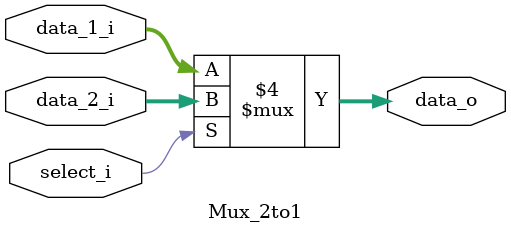
<source format=v>
`timescale 1ns / 1ps

module Mux_2to1 (
    data_1_i,
    data_2_i,
    select_i,
    data_o
);

parameter size = 0;

input [size - 1:0] data_1_i, data_2_i;
input select_i;
output reg [size - 1:0] data_o;

always @(*) begin
    if (~select_i) begin
        data_o = data_1_i;
    end else begin
        data_o = data_2_i;
    end  
end

endmodule

</source>
